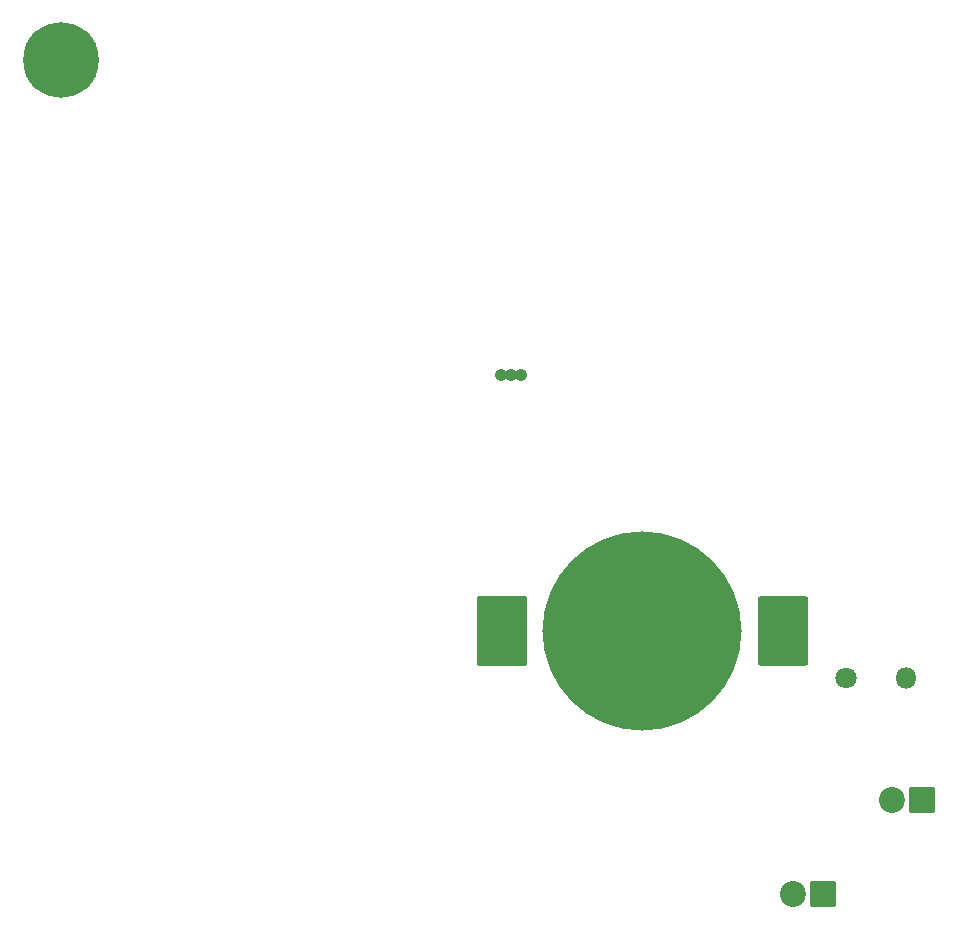
<source format=gbr>
%TF.GenerationSoftware,KiCad,Pcbnew,(6.0.1)*%
%TF.CreationDate,2022-06-23T19:42:35-05:00*%
%TF.ProjectId,torch-lts,746f7263-682d-46c7-9473-2e6b69636164,rev?*%
%TF.SameCoordinates,Original*%
%TF.FileFunction,Soldermask,Bot*%
%TF.FilePolarity,Negative*%
%FSLAX46Y46*%
G04 Gerber Fmt 4.6, Leading zero omitted, Abs format (unit mm)*
G04 Created by KiCad (PCBNEW (6.0.1)) date 2022-06-23 19:42:35*
%MOMM*%
%LPD*%
G01*
G04 APERTURE LIST*
G04 Aperture macros list*
%AMRoundRect*
0 Rectangle with rounded corners*
0 $1 Rounding radius*
0 $2 $3 $4 $5 $6 $7 $8 $9 X,Y pos of 4 corners*
0 Add a 4 corners polygon primitive as box body*
4,1,4,$2,$3,$4,$5,$6,$7,$8,$9,$2,$3,0*
0 Add four circle primitives for the rounded corners*
1,1,$1+$1,$2,$3*
1,1,$1+$1,$4,$5*
1,1,$1+$1,$6,$7*
1,1,$1+$1,$8,$9*
0 Add four rect primitives between the rounded corners*
20,1,$1+$1,$2,$3,$4,$5,0*
20,1,$1+$1,$4,$5,$6,$7,0*
20,1,$1+$1,$6,$7,$8,$9,0*
20,1,$1+$1,$8,$9,$2,$3,0*%
G04 Aperture macros list end*
%ADD10C,6.400000*%
%ADD11C,1.050000*%
%ADD12C,1.800000*%
%ADD13O,1.800000X1.800000*%
%ADD14RoundRect,0.200000X0.900000X0.900000X-0.900000X0.900000X-0.900000X-0.900000X0.900000X-0.900000X0*%
%ADD15C,2.200000*%
%ADD16RoundRect,0.200000X1.928900X2.736200X-1.928900X2.736200X-1.928900X-2.736200X1.928900X-2.736200X0*%
%ADD17RoundRect,0.200000X1.954300X2.761600X-1.954300X2.761600X-1.954300X-2.761600X1.954300X-2.761600X0*%
%ADD18C,16.859512*%
G04 APERTURE END LIST*
D10*
%TO.C,REF\u002A\u002A*%
X90322400Y-56184800D03*
%TD*%
D11*
%TO.C,SW1*%
X129311400Y-82829400D03*
X128447800Y-82829400D03*
X127584200Y-82829400D03*
%TD*%
D12*
%TO.C,R1*%
X156845000Y-108534200D03*
D13*
X161925000Y-108534200D03*
%TD*%
D14*
%TO.C,D2*%
X154838400Y-126771400D03*
D15*
X152298400Y-126771400D03*
%TD*%
D14*
%TO.C,D1*%
X163245800Y-118795800D03*
D15*
X160705800Y-118795800D03*
%TD*%
D16*
%TO.C,BT1*%
X151478000Y-104495600D03*
D17*
X127668000Y-104495600D03*
D18*
X139573000Y-104495600D03*
%TD*%
M02*

</source>
